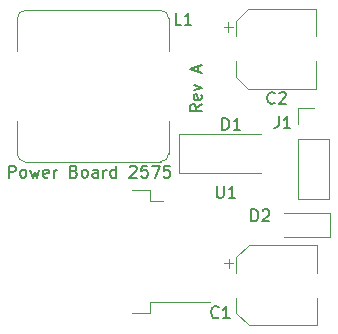
<source format=gbr>
%TF.GenerationSoftware,KiCad,Pcbnew,6.0.2+dfsg-1*%
%TF.CreationDate,2022-09-05T16:28:11+02:00*%
%TF.ProjectId,power-module,706f7765-722d-46d6-9f64-756c652e6b69,rev?*%
%TF.SameCoordinates,Original*%
%TF.FileFunction,Legend,Top*%
%TF.FilePolarity,Positive*%
%FSLAX46Y46*%
G04 Gerber Fmt 4.6, Leading zero omitted, Abs format (unit mm)*
G04 Created by KiCad (PCBNEW 6.0.2+dfsg-1) date 2022-09-05 16:28:11*
%MOMM*%
%LPD*%
G01*
G04 APERTURE LIST*
%ADD10C,0.150000*%
%ADD11C,0.120000*%
G04 APERTURE END LIST*
D10*
X157602380Y-87159523D02*
X157126190Y-87492857D01*
X157602380Y-87730952D02*
X156602380Y-87730952D01*
X156602380Y-87350000D01*
X156650000Y-87254761D01*
X156697619Y-87207142D01*
X156792857Y-87159523D01*
X156935714Y-87159523D01*
X157030952Y-87207142D01*
X157078571Y-87254761D01*
X157126190Y-87350000D01*
X157126190Y-87730952D01*
X157554761Y-86350000D02*
X157602380Y-86445238D01*
X157602380Y-86635714D01*
X157554761Y-86730952D01*
X157459523Y-86778571D01*
X157078571Y-86778571D01*
X156983333Y-86730952D01*
X156935714Y-86635714D01*
X156935714Y-86445238D01*
X156983333Y-86350000D01*
X157078571Y-86302380D01*
X157173809Y-86302380D01*
X157269047Y-86778571D01*
X156935714Y-85969047D02*
X157602380Y-85730952D01*
X156935714Y-85492857D01*
X157316666Y-84397619D02*
X157316666Y-83921428D01*
X157602380Y-84492857D02*
X156602380Y-84159523D01*
X157602380Y-83826190D01*
X141290476Y-93352380D02*
X141290476Y-92352380D01*
X141671428Y-92352380D01*
X141766666Y-92400000D01*
X141814285Y-92447619D01*
X141861904Y-92542857D01*
X141861904Y-92685714D01*
X141814285Y-92780952D01*
X141766666Y-92828571D01*
X141671428Y-92876190D01*
X141290476Y-92876190D01*
X142433333Y-93352380D02*
X142338095Y-93304761D01*
X142290476Y-93257142D01*
X142242857Y-93161904D01*
X142242857Y-92876190D01*
X142290476Y-92780952D01*
X142338095Y-92733333D01*
X142433333Y-92685714D01*
X142576190Y-92685714D01*
X142671428Y-92733333D01*
X142719047Y-92780952D01*
X142766666Y-92876190D01*
X142766666Y-93161904D01*
X142719047Y-93257142D01*
X142671428Y-93304761D01*
X142576190Y-93352380D01*
X142433333Y-93352380D01*
X143100000Y-92685714D02*
X143290476Y-93352380D01*
X143480952Y-92876190D01*
X143671428Y-93352380D01*
X143861904Y-92685714D01*
X144623809Y-93304761D02*
X144528571Y-93352380D01*
X144338095Y-93352380D01*
X144242857Y-93304761D01*
X144195238Y-93209523D01*
X144195238Y-92828571D01*
X144242857Y-92733333D01*
X144338095Y-92685714D01*
X144528571Y-92685714D01*
X144623809Y-92733333D01*
X144671428Y-92828571D01*
X144671428Y-92923809D01*
X144195238Y-93019047D01*
X145100000Y-93352380D02*
X145100000Y-92685714D01*
X145100000Y-92876190D02*
X145147619Y-92780952D01*
X145195238Y-92733333D01*
X145290476Y-92685714D01*
X145385714Y-92685714D01*
X146814285Y-92828571D02*
X146957142Y-92876190D01*
X147004761Y-92923809D01*
X147052380Y-93019047D01*
X147052380Y-93161904D01*
X147004761Y-93257142D01*
X146957142Y-93304761D01*
X146861904Y-93352380D01*
X146480952Y-93352380D01*
X146480952Y-92352380D01*
X146814285Y-92352380D01*
X146909523Y-92400000D01*
X146957142Y-92447619D01*
X147004761Y-92542857D01*
X147004761Y-92638095D01*
X146957142Y-92733333D01*
X146909523Y-92780952D01*
X146814285Y-92828571D01*
X146480952Y-92828571D01*
X147623809Y-93352380D02*
X147528571Y-93304761D01*
X147480952Y-93257142D01*
X147433333Y-93161904D01*
X147433333Y-92876190D01*
X147480952Y-92780952D01*
X147528571Y-92733333D01*
X147623809Y-92685714D01*
X147766666Y-92685714D01*
X147861904Y-92733333D01*
X147909523Y-92780952D01*
X147957142Y-92876190D01*
X147957142Y-93161904D01*
X147909523Y-93257142D01*
X147861904Y-93304761D01*
X147766666Y-93352380D01*
X147623809Y-93352380D01*
X148814285Y-93352380D02*
X148814285Y-92828571D01*
X148766666Y-92733333D01*
X148671428Y-92685714D01*
X148480952Y-92685714D01*
X148385714Y-92733333D01*
X148814285Y-93304761D02*
X148719047Y-93352380D01*
X148480952Y-93352380D01*
X148385714Y-93304761D01*
X148338095Y-93209523D01*
X148338095Y-93114285D01*
X148385714Y-93019047D01*
X148480952Y-92971428D01*
X148719047Y-92971428D01*
X148814285Y-92923809D01*
X149290476Y-93352380D02*
X149290476Y-92685714D01*
X149290476Y-92876190D02*
X149338095Y-92780952D01*
X149385714Y-92733333D01*
X149480952Y-92685714D01*
X149576190Y-92685714D01*
X150338095Y-93352380D02*
X150338095Y-92352380D01*
X150338095Y-93304761D02*
X150242857Y-93352380D01*
X150052380Y-93352380D01*
X149957142Y-93304761D01*
X149909523Y-93257142D01*
X149861904Y-93161904D01*
X149861904Y-92876190D01*
X149909523Y-92780952D01*
X149957142Y-92733333D01*
X150052380Y-92685714D01*
X150242857Y-92685714D01*
X150338095Y-92733333D01*
X151528571Y-92447619D02*
X151576190Y-92400000D01*
X151671428Y-92352380D01*
X151909523Y-92352380D01*
X152004761Y-92400000D01*
X152052380Y-92447619D01*
X152100000Y-92542857D01*
X152100000Y-92638095D01*
X152052380Y-92780952D01*
X151480952Y-93352380D01*
X152100000Y-93352380D01*
X153004761Y-92352380D02*
X152528571Y-92352380D01*
X152480952Y-92828571D01*
X152528571Y-92780952D01*
X152623809Y-92733333D01*
X152861904Y-92733333D01*
X152957142Y-92780952D01*
X153004761Y-92828571D01*
X153052380Y-92923809D01*
X153052380Y-93161904D01*
X153004761Y-93257142D01*
X152957142Y-93304761D01*
X152861904Y-93352380D01*
X152623809Y-93352380D01*
X152528571Y-93304761D01*
X152480952Y-93257142D01*
X153385714Y-92352380D02*
X154052380Y-92352380D01*
X153623809Y-93352380D01*
X154909523Y-92352380D02*
X154433333Y-92352380D01*
X154385714Y-92828571D01*
X154433333Y-92780952D01*
X154528571Y-92733333D01*
X154766666Y-92733333D01*
X154861904Y-92780952D01*
X154909523Y-92828571D01*
X154957142Y-92923809D01*
X154957142Y-93161904D01*
X154909523Y-93257142D01*
X154861904Y-93304761D01*
X154766666Y-93352380D01*
X154528571Y-93352380D01*
X154433333Y-93304761D01*
X154385714Y-93257142D01*
%TO.C,U1*%
X158888095Y-94052380D02*
X158888095Y-94861904D01*
X158935714Y-94957142D01*
X158983333Y-95004761D01*
X159078571Y-95052380D01*
X159269047Y-95052380D01*
X159364285Y-95004761D01*
X159411904Y-94957142D01*
X159459523Y-94861904D01*
X159459523Y-94052380D01*
X160459523Y-95052380D02*
X159888095Y-95052380D01*
X160173809Y-95052380D02*
X160173809Y-94052380D01*
X160078571Y-94195238D01*
X159983333Y-94290476D01*
X159888095Y-94338095D01*
%TO.C,J1*%
X164116666Y-88152380D02*
X164116666Y-88866666D01*
X164069047Y-89009523D01*
X163973809Y-89104761D01*
X163830952Y-89152380D01*
X163735714Y-89152380D01*
X165116666Y-89152380D02*
X164545238Y-89152380D01*
X164830952Y-89152380D02*
X164830952Y-88152380D01*
X164735714Y-88295238D01*
X164640476Y-88390476D01*
X164545238Y-88438095D01*
%TO.C,C1*%
X159033333Y-105157142D02*
X158985714Y-105204761D01*
X158842857Y-105252380D01*
X158747619Y-105252380D01*
X158604761Y-105204761D01*
X158509523Y-105109523D01*
X158461904Y-105014285D01*
X158414285Y-104823809D01*
X158414285Y-104680952D01*
X158461904Y-104490476D01*
X158509523Y-104395238D01*
X158604761Y-104300000D01*
X158747619Y-104252380D01*
X158842857Y-104252380D01*
X158985714Y-104300000D01*
X159033333Y-104347619D01*
X159985714Y-105252380D02*
X159414285Y-105252380D01*
X159700000Y-105252380D02*
X159700000Y-104252380D01*
X159604761Y-104395238D01*
X159509523Y-104490476D01*
X159414285Y-104538095D01*
%TO.C,C2*%
X163783333Y-87007142D02*
X163735714Y-87054761D01*
X163592857Y-87102380D01*
X163497619Y-87102380D01*
X163354761Y-87054761D01*
X163259523Y-86959523D01*
X163211904Y-86864285D01*
X163164285Y-86673809D01*
X163164285Y-86530952D01*
X163211904Y-86340476D01*
X163259523Y-86245238D01*
X163354761Y-86150000D01*
X163497619Y-86102380D01*
X163592857Y-86102380D01*
X163735714Y-86150000D01*
X163783333Y-86197619D01*
X164164285Y-86197619D02*
X164211904Y-86150000D01*
X164307142Y-86102380D01*
X164545238Y-86102380D01*
X164640476Y-86150000D01*
X164688095Y-86197619D01*
X164735714Y-86292857D01*
X164735714Y-86388095D01*
X164688095Y-86530952D01*
X164116666Y-87102380D01*
X164735714Y-87102380D01*
%TO.C,D2*%
X161811904Y-97052380D02*
X161811904Y-96052380D01*
X162050000Y-96052380D01*
X162192857Y-96100000D01*
X162288095Y-96195238D01*
X162335714Y-96290476D01*
X162383333Y-96480952D01*
X162383333Y-96623809D01*
X162335714Y-96814285D01*
X162288095Y-96909523D01*
X162192857Y-97004761D01*
X162050000Y-97052380D01*
X161811904Y-97052380D01*
X162764285Y-96147619D02*
X162811904Y-96100000D01*
X162907142Y-96052380D01*
X163145238Y-96052380D01*
X163240476Y-96100000D01*
X163288095Y-96147619D01*
X163335714Y-96242857D01*
X163335714Y-96338095D01*
X163288095Y-96480952D01*
X162716666Y-97052380D01*
X163335714Y-97052380D01*
%TO.C,D1*%
X159361904Y-89302380D02*
X159361904Y-88302380D01*
X159600000Y-88302380D01*
X159742857Y-88350000D01*
X159838095Y-88445238D01*
X159885714Y-88540476D01*
X159933333Y-88730952D01*
X159933333Y-88873809D01*
X159885714Y-89064285D01*
X159838095Y-89159523D01*
X159742857Y-89254761D01*
X159600000Y-89302380D01*
X159361904Y-89302380D01*
X160885714Y-89302380D02*
X160314285Y-89302380D01*
X160600000Y-89302380D02*
X160600000Y-88302380D01*
X160504761Y-88445238D01*
X160409523Y-88540476D01*
X160314285Y-88588095D01*
%TO.C,L1*%
X155883333Y-80402380D02*
X155407142Y-80402380D01*
X155407142Y-79402380D01*
X156740476Y-80402380D02*
X156169047Y-80402380D01*
X156454761Y-80402380D02*
X156454761Y-79402380D01*
X156359523Y-79545238D01*
X156264285Y-79640476D01*
X156169047Y-79688095D01*
D11*
%TO.C,U1*%
X151700000Y-104800000D02*
X153200000Y-104800000D01*
X153200000Y-94400000D02*
X153200000Y-95350000D01*
X153200000Y-103850000D02*
X158325000Y-103850000D01*
X153200000Y-95350000D02*
X154300000Y-95350000D01*
X153200000Y-104800000D02*
X153200000Y-103850000D01*
X151700000Y-94400000D02*
X153200000Y-94400000D01*
%TO.C,J1*%
X168430000Y-90045000D02*
X168430000Y-95185000D01*
X165770000Y-90045000D02*
X168430000Y-90045000D01*
X165770000Y-95185000D02*
X168430000Y-95185000D01*
X165770000Y-88775000D02*
X165770000Y-87445000D01*
X165770000Y-87445000D02*
X167100000Y-87445000D01*
X165770000Y-90045000D02*
X165770000Y-95185000D01*
%TO.C,C1*%
X159906250Y-100208750D02*
X159906250Y-100996250D01*
X159512500Y-100602500D02*
X160300000Y-100602500D01*
X160540000Y-100104437D02*
X161604437Y-99040000D01*
X167360000Y-99040000D02*
X167360000Y-101390000D01*
X167360000Y-105860000D02*
X167360000Y-103510000D01*
X160540000Y-104795563D02*
X160540000Y-103510000D01*
X160540000Y-100104437D02*
X160540000Y-101390000D01*
X160540000Y-104795563D02*
X161604437Y-105860000D01*
X161604437Y-105860000D02*
X167360000Y-105860000D01*
X161604437Y-99040000D02*
X167360000Y-99040000D01*
%TO.C,C2*%
X167310000Y-79040000D02*
X167310000Y-81390000D01*
X160490000Y-80104437D02*
X160490000Y-81390000D01*
X160490000Y-84795563D02*
X160490000Y-83510000D01*
X160490000Y-80104437D02*
X161554437Y-79040000D01*
X160490000Y-84795563D02*
X161554437Y-85860000D01*
X161554437Y-85860000D02*
X167310000Y-85860000D01*
X159462500Y-80602500D02*
X160250000Y-80602500D01*
X161554437Y-79040000D02*
X167310000Y-79040000D01*
X159856250Y-80208750D02*
X159856250Y-80996250D01*
X167310000Y-85860000D02*
X167310000Y-83510000D01*
%TO.C,D2*%
X168450000Y-98350000D02*
X164550000Y-98350000D01*
X168450000Y-96350000D02*
X164550000Y-96350000D01*
X168450000Y-98350000D02*
X168450000Y-96350000D01*
%TO.C,D1*%
X155700000Y-89700000D02*
X162600000Y-89700000D01*
X155700000Y-89700000D02*
X155700000Y-93000000D01*
X155700000Y-93000000D02*
X162600000Y-93000000D01*
%TO.C,L1*%
X154800000Y-79850000D02*
X154800000Y-82600000D01*
X154800000Y-88600000D02*
X154800000Y-91350000D01*
X142000000Y-88600000D02*
X142000000Y-91350000D01*
X154150000Y-92000000D02*
X142650000Y-92000000D01*
X142000000Y-79850000D02*
X142000000Y-82600000D01*
X142650000Y-79200000D02*
X154150000Y-79200000D01*
X154800000Y-79850000D02*
G75*
G03*
X154150000Y-79200000I-650001J-1D01*
G01*
X142000000Y-91350000D02*
G75*
G03*
X142650000Y-92000000I650001J1D01*
G01*
X142650000Y-79200000D02*
G75*
G03*
X142000000Y-79850000I1J-650001D01*
G01*
X154150000Y-92000000D02*
G75*
G03*
X154800000Y-91350000I-1J650001D01*
G01*
%TD*%
M02*

</source>
